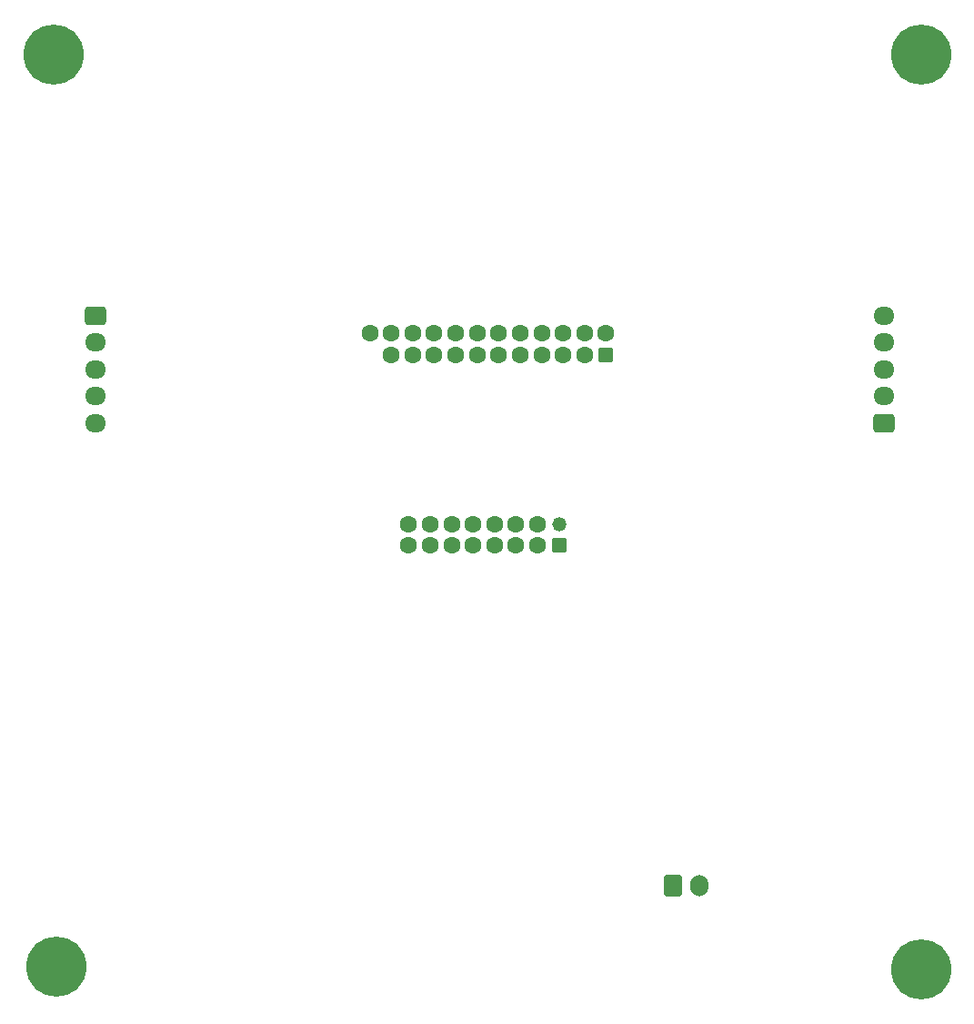
<source format=gbr>
%TF.GenerationSoftware,KiCad,Pcbnew,(7.0.0)*%
%TF.CreationDate,2024-03-19T12:14:35-03:00*%
%TF.ProjectId,pcb_peau_v1,7063625f-7065-4617-955f-76312e6b6963,rev?*%
%TF.SameCoordinates,Original*%
%TF.FileFunction,Soldermask,Bot*%
%TF.FilePolarity,Negative*%
%FSLAX46Y46*%
G04 Gerber Fmt 4.6, Leading zero omitted, Abs format (unit mm)*
G04 Created by KiCad (PCBNEW (7.0.0)) date 2024-03-19 12:14:35*
%MOMM*%
%LPD*%
G01*
G04 APERTURE LIST*
G04 Aperture macros list*
%AMRoundRect*
0 Rectangle with rounded corners*
0 $1 Rounding radius*
0 $2 $3 $4 $5 $6 $7 $8 $9 X,Y pos of 4 corners*
0 Add a 4 corners polygon primitive as box body*
4,1,4,$2,$3,$4,$5,$6,$7,$8,$9,$2,$3,0*
0 Add four circle primitives for the rounded corners*
1,1,$1+$1,$2,$3*
1,1,$1+$1,$4,$5*
1,1,$1+$1,$6,$7*
1,1,$1+$1,$8,$9*
0 Add four rect primitives between the rounded corners*
20,1,$1+$1,$2,$3,$4,$5,0*
20,1,$1+$1,$4,$5,$6,$7,0*
20,1,$1+$1,$6,$7,$8,$9,0*
20,1,$1+$1,$8,$9,$2,$3,0*%
G04 Aperture macros list end*
%ADD10C,5.600000*%
%ADD11RoundRect,0.250000X-0.600000X-0.750000X0.600000X-0.750000X0.600000X0.750000X-0.600000X0.750000X0*%
%ADD12O,1.700000X2.000000*%
%ADD13RoundRect,0.250000X0.725000X-0.600000X0.725000X0.600000X-0.725000X0.600000X-0.725000X-0.600000X0*%
%ADD14O,1.950000X1.700000*%
%ADD15RoundRect,0.291667X0.408333X0.408333X-0.408333X0.408333X-0.408333X-0.408333X0.408333X-0.408333X0*%
%ADD16C,1.320000*%
%ADD17C,1.600000*%
%ADD18RoundRect,0.250000X-0.725000X0.600000X-0.725000X-0.600000X0.725000X-0.600000X0.725000X0.600000X0*%
G04 APERTURE END LIST*
D10*
%TO.C,H1*%
X166878000Y-39116000D03*
%TD*%
D11*
%TO.C,J3*%
X224556000Y-116435500D03*
D12*
X227055999Y-116435499D03*
%TD*%
D10*
%TO.C,H3*%
X247650000Y-124206000D03*
%TD*%
%TO.C,H4*%
X167132000Y-123952000D03*
%TD*%
%TO.C,H2*%
X247650000Y-39116000D03*
%TD*%
D13*
%TO.C,J2*%
X244190000Y-73374000D03*
D14*
X244189999Y-70873999D03*
X244189999Y-68373999D03*
X244189999Y-65873999D03*
X244189999Y-63373999D03*
%TD*%
D15*
%TO.C,J4*%
X213964000Y-84772000D03*
D16*
X213964000Y-82772000D03*
D17*
X211964000Y-84772000D03*
X211964000Y-82772000D03*
X209964000Y-84772000D03*
X209964000Y-82772000D03*
X207964000Y-84772000D03*
X207964000Y-82772000D03*
X205964000Y-84772000D03*
X205964000Y-82772000D03*
X203964000Y-84772000D03*
X203964000Y-82772000D03*
X201964000Y-84772000D03*
X201964000Y-82772000D03*
X199964000Y-84772000D03*
X199964000Y-82772000D03*
%TD*%
D18*
%TO.C,J1*%
X170784000Y-63374000D03*
D14*
X170783999Y-65873999D03*
X170783999Y-68373999D03*
X170783999Y-70873999D03*
X170783999Y-73373999D03*
%TD*%
D17*
%TO.C,J5*%
X196344000Y-65024000D03*
X198344000Y-65024000D03*
X198344000Y-67024000D03*
X200344000Y-65024000D03*
X200344000Y-67024000D03*
X202344000Y-65024000D03*
X202344000Y-67024000D03*
X204344000Y-65024000D03*
X204344000Y-67024000D03*
X206344000Y-65024000D03*
X206344000Y-67024000D03*
X208344000Y-65024000D03*
X208344000Y-67024000D03*
X210344000Y-65024000D03*
X210344000Y-67024000D03*
X212344000Y-65024000D03*
X212344000Y-67024000D03*
X214344000Y-65024000D03*
X214344000Y-67024000D03*
X216344000Y-65024000D03*
X216344000Y-67024000D03*
X218344000Y-65024000D03*
D15*
X218344000Y-67024000D03*
%TD*%
M02*

</source>
